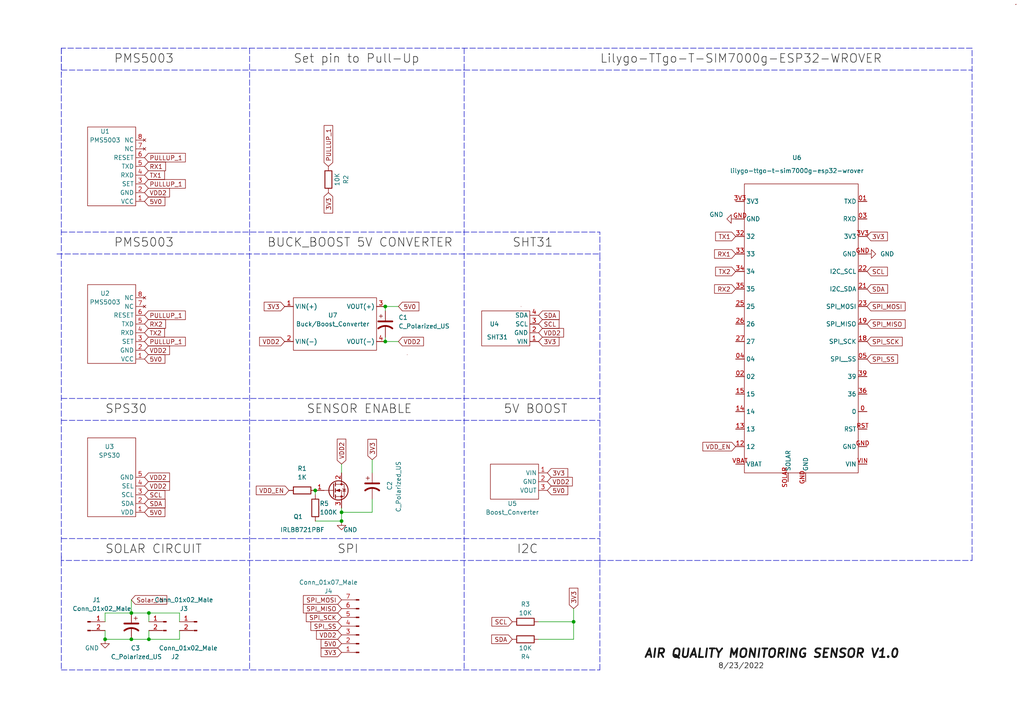
<source format=kicad_sch>
(kicad_sch (version 20211123) (generator eeschema)
  (paper "A4")
  (lib_symbols
    (symbol "Connector:Conn_01x02_Male" (pin_names (offset 1.016) hide)
      (property "Reference" "J" (at 0 2.54 0))
      (property "Value" "Conn_01x02_Male" (at 0 -5.08 0))
      (symbol "Conn_01x02_Male_1_1"
        (polyline (pts (xy 1.27 -2.54) (xy 0.8636 -2.54)) (stroke (width 0.1524)))
        (polyline (pts (xy 1.27 0) (xy 0.8636 0)) (stroke (width 0.1524)))
        (rectangle (start 0.8636 -2.413) (end 0 -2.667) (stroke (width 0.1524)) (fill (type outline)))
        (rectangle (start 0.8636 0.127) (end 0 -0.127) (stroke (width 0.1524)) (fill (type outline)))
        (pin passive line (at 5.08 0 180) (length 3.81) (name "Pin_1") (number "1"))
        (pin passive line (at 5.08 -2.54 180) (length 3.81) (name "Pin_2") (number "2"))
      )
    )
    (symbol "Connector:Conn_01x07_Male" (pin_names (offset 1.016) hide)
      (property "Reference" "J" (at 0 10.16 0))
      (property "Value" "Conn_01x07_Male" (at 0 -10.16 0))
      (symbol "Conn_01x07_Male_1_1"
        (polyline (pts (xy 1.27 -7.62) (xy 0.8636 -7.62)) (stroke (width 0.1524)))
        (polyline (pts (xy 1.27 -5.08) (xy 0.8636 -5.08)) (stroke (width 0.1524)))
        (polyline (pts (xy 1.27 -2.54) (xy 0.8636 -2.54)) (stroke (width 0.1524)))
        (polyline (pts (xy 1.27 0) (xy 0.8636 0)) (stroke (width 0.1524)))
        (polyline (pts (xy 1.27 2.54) (xy 0.8636 2.54)) (stroke (width 0.1524)))
        (polyline (pts (xy 1.27 5.08) (xy 0.8636 5.08)) (stroke (width 0.1524)))
        (polyline (pts (xy 1.27 7.62) (xy 0.8636 7.62)) (stroke (width 0.1524)))
        (rectangle (start 0.8636 -7.493) (end 0 -7.747) (stroke (width 0.1524)) (fill (type outline)))
        (rectangle (start 0.8636 -4.953) (end 0 -5.207) (stroke (width 0.1524)) (fill (type outline)))
        (rectangle (start 0.8636 -2.413) (end 0 -2.667) (stroke (width 0.1524)) (fill (type outline)))
        (rectangle (start 0.8636 0.127) (end 0 -0.127) (stroke (width 0.1524)) (fill (type outline)))
        (rectangle (start 0.8636 2.667) (end 0 2.413) (stroke (width 0.1524)) (fill (type outline)))
        (rectangle (start 0.8636 5.207) (end 0 4.953) (stroke (width 0.1524)) (fill (type outline)))
        (rectangle (start 0.8636 7.747) (end 0 7.493) (stroke (width 0.1524)) (fill (type outline)))
        (pin passive line (at 5.08 7.62 180) (length 3.81) (name "Pin_1") (number "1"))
        (pin passive line (at 5.08 5.08 180) (length 3.81) (name "Pin_2") (number "2"))
        (pin passive line (at 5.08 2.54 180) (length 3.81) (name "Pin_3") (number "3"))
        (pin passive line (at 5.08 0 180) (length 3.81) (name "Pin_4") (number "4"))
        (pin passive line (at 5.08 -2.54 180) (length 3.81) (name "Pin_5") (number "5"))
        (pin passive line (at 5.08 -5.08 180) (length 3.81) (name "Pin_6") (number "6"))
        (pin passive line (at 5.08 -7.62 180) (length 3.81) (name "Pin_7") (number "7"))
      )
    )
    (symbol "Device:C_Polarized_US" (pin_numbers hide) (pin_names (offset 0.254) hide)
      (property "Reference" "C" (at 0.635 2.54 0))
      (property "Value" "C_Polarized_US" (at 0.635 -2.54 0))
      (symbol "C_Polarized_US_0_1"
        (polyline (pts (xy -2.032 0.762) (xy 2.032 0.762)) (stroke (width 0.508)))
        (polyline (pts (xy -1.778 2.286) (xy -0.762 2.286)))
        (polyline (pts (xy -1.27 1.778) (xy -1.27 2.794)))
        (arc (start 2.032 -1.27) (mid 0 -0.5572) (end -2.032 -1.27) (stroke (width 0.508)))
      )
      (symbol "C_Polarized_US_1_1"
        (pin passive line (at 0 3.81 270) (length 2.794) (name "~") (number "1"))
        (pin passive line (at 0 -3.81 90) (length 3.302) (name "~") (number "2"))
      )
    )
    (symbol "Device:R" (pin_numbers hide) (pin_names (offset 0))
      (property "Reference" "R" (at 2.032 0 90))
      (property "Value" "R" (at 0 0 90))
      (symbol "R_0_1"
        (rectangle (start -1.016 -2.54) (end 1.016 2.54) (stroke (width 0.254)))
      )
      (symbol "R_1_1"
        (pin passive line (at 0 3.81 270) (length 1.27) (name "~") (number "1"))
        (pin passive line (at 0 -3.81 90) (length 1.27) (name "~") (number "2"))
      )
    )
    (symbol "Surfside Science:Boost_Converter"
      (property "Reference" "U" (at 0 2.54 0))
      (property "Value" "Boost_Converter" (at 0 0 0))
      (symbol "Boost_Converter_0_1"
        (rectangle (start -6.35 -2.54) (end 7.62 -12.7))
      )
      (symbol "Boost_Converter_1_1"
        (pin power_in line (at 10.16 -5.08 180) (length 2.54) (name "VIN") (number "1"))
        (pin output line (at 10.16 -7.62 180) (length 2.54) (name "GND") (number "2"))
        (pin power_out line (at 10.16 -10.16 180) (length 2.54) (name "VOUT") (number "3"))
      )
    )
    (symbol "Surfside Science:Buck{slash}Boost_Converter"
      (property "Reference" "U" (at 0 -1.27 0))
      (property "Value" "Buck{slash}Boost_Converter" (at 0 -3.81 0))
      (symbol "Buck{slash}Boost_Converter_0_1"
        (rectangle (start -11.43 3.81) (end 12.7 -11.43))
        (rectangle (start 21.59 -12.7) (end 21.59 -12.7))
      )
      (symbol "Buck{slash}Boost_Converter_1_1"
        (pin power_in line (at -13.97 1.27 0) (length 2.54) (name "VIN(+)") (number "1"))
        (pin power_in line (at -13.97 -8.89 0) (length 2.54) (name "VIN(-)") (number "2"))
        (pin power_out line (at 15.24 1.27 180) (length 2.54) (name "VOUT(+)") (number "3"))
        (pin power_out line (at 15.24 -8.89 180) (length 2.54) (name "VOUT(-)") (number "4"))
      )
    )
    (symbol "Surfside Science:PMS5003"
      (property "Reference" "U" (at 0 -2.54 0))
      (property "Value" "PMS5003" (at 0 0 0))
      (symbol "PMS5003_0_1"
        (rectangle (start -11.43 2.54) (end 11.43 -11.43))
      )
      (symbol "PMS5003_1_1"
        (pin power_in line (at -10.16 -13.97 90) (length 2.54) (name "VCC") (number "1"))
        (pin output line (at -7.62 -13.97 90) (length 2.54) (name "GND") (number "2"))
        (pin input line (at -5.08 -13.97 90) (length 2.54) (name "SET") (number "3"))
        (pin input line (at -2.54 -13.97 90) (length 2.54) (name "RXD") (number "4"))
        (pin output line (at 0 -13.97 90) (length 2.54) (name "TXD") (number "5"))
        (pin input line (at 2.54 -13.97 90) (length 2.54) (name "RESET") (number "6"))
        (pin no_connect line (at 5.08 -13.97 90) (length 2.54) (name "NC") (number "7"))
        (pin no_connect line (at 7.62 -13.97 90) (length 2.54) (name "NC") (number "8"))
      )
    )
    (symbol "Surfside Science:SHT31"
      (property "Reference" "U" (at 12.7 -11.43 0))
      (property "Value" "SHT31" (at 12.7 -13.97 0))
      (symbol "SHT31_0_1"
        (rectangle (start 7.62 -10.16) (end 17.78 -24.13))
        (rectangle (start 19.05 -21.59) (end 19.05 -21.59))
      )
      (symbol "SHT31_1_1"
        (pin power_in line (at 8.89 -26.67 90) (length 2.54) (name "VIN") (number "1"))
        (pin input line (at 11.43 -26.67 90) (length 2.54) (name "GND") (number "2"))
        (pin input line (at 13.97 -26.67 90) (length 2.54) (name "SCL") (number "3"))
        (pin output line (at 16.51 -26.67 90) (length 2.54) (name "SDA") (number "4"))
      )
    )
    (symbol "Surfside Science:SPS30"
      (property "Reference" "U" (at 6.35 -2.54 0))
      (property "Value" "SPS30" (at 6.35 -5.08 0))
      (symbol "SPS30_0_1"
        (rectangle (start -5.08 1.27) (end 17.78 -12.7))
      )
      (symbol "SPS30_1_1"
        (pin power_in line (at -3.81 -15.24 90) (length 2.54) (name "VDD") (number "1"))
        (pin output line (at -1.27 -15.24 90) (length 2.54) (name "SDA") (number "2"))
        (pin input line (at 1.27 -15.24 90) (length 2.54) (name "SCL") (number "3"))
        (pin input line (at 3.81 -15.24 90) (length 2.54) (name "SEL") (number "4"))
        (pin output line (at 6.35 -15.24 90) (length 2.54) (name "GND") (number "5"))
      )
    )
    (symbol "Surfside Science:lilygo-ttgo-t-sim7000g-esp32-wrover"
      (property "Reference" "U" (at 2.54 -10.16 0))
      (property "Value" "lilygo-ttgo-t-sim7000g-esp32-wrover" (at 2.54 15.24 90))
      (symbol "lilygo-ttgo-t-sim7000g-esp32-wrover_0_1"
        (rectangle (start -15.24 45.72) (end 17.78 -38.1))
        (rectangle (start 63.5 97.79) (end 63.5 97.79))
        (rectangle (start 63.5 97.79) (end 63.5 97.79))
        (rectangle (start 63.5 97.79) (end 63.5 97.79))
        (rectangle (start 63.5 97.79) (end 63.5 97.79))
        (rectangle (start 63.5 97.79) (end 63.5 97.79))
        (rectangle (start 63.5 97.79) (end 63.5 97.79))
        (rectangle (start 63.5 97.79) (end 63.5 97.79))
        (rectangle (start 63.5 97.79) (end 63.5 97.79))
        (rectangle (start 63.5 97.79) (end 63.5 97.79))
        (rectangle (start 63.5 97.79) (end 63.5 97.79))
      )
      (symbol "lilygo-ttgo-t-sim7000g-esp32-wrover_1_1"
        (pin input line (at 20.32 -20.32 180) (length 2.54) (name "0") (number "0"))
        (pin input line (at 20.32 40.64 180) (length 2.54) (name "TXD") (number "01"))
        (pin input line (at -17.78 -10.16 0) (length 2.54) (name "02") (number "02"))
        (pin input line (at 20.32 35.56 180) (length 2.54) (name "RXD") (number "03"))
        (pin input line (at -17.78 -5.08 0) (length 2.54) (name "04") (number "04"))
        (pin input line (at 20.32 -5.08 180) (length 2.54) (name "SPI__SS") (number "05"))
        (pin input line (at -17.78 -30.48 0) (length 2.54) (name "12") (number "12"))
        (pin input line (at -17.78 -25.4 0) (length 2.54) (name "13") (number "13"))
        (pin input line (at -17.78 -20.32 0) (length 2.54) (name "14") (number "14"))
        (pin input line (at -17.78 -15.24 0) (length 2.54) (name "15") (number "15"))
        (pin input line (at 20.32 0 180) (length 2.54) (name "SPI_SCK") (number "18"))
        (pin input line (at 20.32 5.08 180) (length 2.54) (name "SPI_MISO") (number "19"))
        (pin input line (at 20.32 15.24 180) (length 2.54) (name "I2C_SDA") (number "21"))
        (pin input line (at 20.32 20.32 180) (length 2.54) (name "I2C_SCL") (number "22"))
        (pin input line (at 20.32 10.16 180) (length 2.54) (name "SPI_MOSI") (number "23"))
        (pin input line (at -17.78 10.16 0) (length 2.54) (name "25") (number "25"))
        (pin input line (at -17.78 5.08 0) (length 2.54) (name "26") (number "26"))
        (pin input line (at -17.78 0 0) (length 2.54) (name "27") (number "27"))
        (pin input line (at -17.78 30.48 0) (length 2.54) (name "32") (number "32"))
        (pin input line (at -17.78 25.4 0) (length 2.54) (name "33") (number "33"))
        (pin input line (at -17.78 20.32 0) (length 2.54) (name "34") (number "34"))
        (pin input line (at -17.78 15.24 0) (length 2.54) (name "35") (number "35"))
        (pin input line (at 20.32 -15.24 180) (length 2.54) (name "36") (number "36"))
        (pin input line (at 20.32 -10.16 180) (length 2.54) (name "39") (number "39"))
        (pin input line (at -17.78 40.64 0) (length 2.54) (name "3V3") (number "3V3"))
        (pin input line (at 20.32 30.48 180) (length 2.54) (name "3V3") (number "3V3"))
        (pin input line (at -17.78 35.56 0) (length 2.54) (name "GND") (number "GND"))
        (pin input line (at 2.54 -40.64 90) (length 2.54) (name "GND") (number "GND"))
        (pin input line (at 20.32 -30.48 180) (length 2.54) (name "GND") (number "GND"))
        (pin input line (at 20.32 25.4 180) (length 2.54) (name "GND") (number "GND"))
        (pin input line (at 20.32 -25.4 180) (length 2.54) (name "RST") (number "RST"))
        (pin input line (at -2.54 -40.64 90) (length 2.54) (name "SOLAR") (number "SOLAR"))
        (pin input line (at -17.78 -35.56 0) (length 2.54) (name "VBAT") (number "VBAT"))
        (pin input line (at 20.32 -35.56 180) (length 2.54) (name "VIN") (number "VIN"))
      )
    )
    (symbol "Transistor_FET:IRLB8721PBF" (pin_names hide)
      (property "Reference" "Q" (at 6.35 1.905 0))
      (property "Value" "IRLB8721PBF" (at 6.35 0 0))
      (symbol "IRLB8721PBF_0_1"
        (polyline (pts (xy 0.254 0) (xy -2.54 0)))
        (polyline (pts (xy 0.254 1.905) (xy 0.254 -1.905)) (stroke (width 0.254)))
        (polyline (pts (xy 0.762 -1.27) (xy 0.762 -2.286)) (stroke (width 0.254)))
        (polyline (pts (xy 0.762 0.508) (xy 0.762 -0.508)) (stroke (width 0.254)))
        (polyline (pts (xy 0.762 2.286) (xy 0.762 1.27)) (stroke (width 0.254)))
        (polyline (pts (xy 2.54 2.54) (xy 2.54 1.778)))
        (polyline (pts (xy 2.54 -2.54) (xy 2.54 0) (xy 0.762 0)))
        (polyline (pts (xy 0.762 -1.778) (xy 3.302 -1.778) (xy 3.302 1.778) (xy 0.762 1.778)))
        (polyline (pts (xy 1.016 0) (xy 2.032 0.381) (xy 2.032 -0.381) (xy 1.016 0)) (fill (type outline)))
        (polyline (pts (xy 2.794 0.508) (xy 2.921 0.381) (xy 3.683 0.381) (xy 3.81 0.254)))
        (polyline (pts (xy 3.302 0.381) (xy 2.921 -0.254) (xy 3.683 -0.254) (xy 3.302 0.381)))
        (circle (center 1.651 0) (radius 2.794) (stroke (width 0.254)))
        (circle (center 2.54 -1.778) (radius 0.254) (fill (type outline)))
        (circle (center 2.54 1.778) (radius 0.254) (fill (type outline)))
      )
      (symbol "IRLB8721PBF_1_1"
        (pin input line (at -5.08 0 0) (length 2.54) (name "G") (number "1"))
        (pin passive line (at 2.54 5.08 270) (length 2.54) (name "D") (number "2"))
        (pin passive line (at 2.54 -5.08 90) (length 2.54) (name "S") (number "3"))
      )
    )
    (symbol "power:GND" (power) (pin_names (offset 0))
      (property "Value" "GND" (at 0 -3.81 0))
      (symbol "GND_0_1"
        (polyline (pts (xy 0 0) (xy 0 -1.27) (xy 1.27 -1.27) (xy 0 -2.54) (xy -1.27 -1.27) (xy 0 -1.27)))
      )
      (symbol "GND_1_1"
        (pin power_in line (at 0 0 270) (length 0) hide (name "GND") (number "1"))
      )
    )
  )
  (junction (at 38.1 185.42))
  (junction (at 99.06 151.13))
  (junction (at 38.1 177.8))
  (junction (at 99.06 148.59))
  (junction (at 111.76 88.9))
  (junction (at 166.37 180.34))
  (junction (at 91.44 142.24))
  (junction (at 43.18 185.42))
  (junction (at 111.76 99.06))
  (junction (at 30.48 185.42))
  (junction (at 43.18 177.8))
  (polyline (pts (xy 281.94 13.97) (xy 17.78 13.97)))
  (polyline (pts (xy 16.51 73.66) (xy 173.99 73.66)))
  (polyline (pts (xy 173.99 162.56) (xy 17.78 162.56)))
  (wire (pts (xy 111.76 99.06) (xy 115.57 99.06)))
  (polyline (pts (xy 17.78 13.97) (xy 17.78 194.31)))
  (wire (pts (xy 111.76 88.9) (xy 111.76 90.17)))
  (wire (pts (xy 30.48 185.42) (xy 38.1 185.42)))
  (polyline (pts (xy 17.78 67.31) (xy 173.99 67.31)))
  (polyline (pts (xy 17.78 162.56) (xy 17.78 161.29)))
  (wire (pts (xy 43.18 185.42) (xy 52.07 185.42)))
  (polyline (pts (xy 17.78 194.31) (xy 173.99 194.31)))
  (wire (pts (xy 115.57 88.9) (xy 111.76 88.9)))
  (polyline (pts (xy 173.99 162.56) (xy 173.99 74.93)))
  (wire (pts (xy 38.1 173.99) (xy 38.1 177.8)))
  (wire (pts (xy 38.1 177.8) (xy 43.18 177.8)))
  (wire (pts (xy 91.44 151.13) (xy 99.06 151.13)))
  (polyline (pts (xy 72.39 13.97) (xy 72.39 194.31)))
  (wire (pts (xy 52.07 185.42) (xy 52.07 182.88)))
  (polyline (pts (xy 281.94 162.56) (xy 281.94 13.97)))
  (wire (pts (xy 111.76 97.79) (xy 111.76 99.06)))
  (polyline (pts (xy 173.99 194.31) (xy 173.99 162.56)))
  (wire (pts (xy 99.06 134.62) (xy 99.06 137.16)))
  (wire (pts (xy 156.21 180.34) (xy 166.37 180.34)))
  (wire (pts (xy 107.95 148.59) (xy 99.06 148.59)))
  (wire (pts (xy 38.1 185.42) (xy 43.18 185.42)))
  (wire (pts (xy 30.48 182.88) (xy 30.48 185.42)))
  (polyline (pts (xy 173.99 74.93) (xy 173.99 67.31)))
  (wire (pts (xy 43.18 177.8) (xy 43.18 180.34)))
  (wire (pts (xy 91.44 143.51) (xy 91.44 142.24)))
  (polyline (pts (xy 17.78 115.57) (xy 173.99 115.57)))
  (wire (pts (xy 52.07 180.34) (xy 52.07 177.8)))
  (polyline (pts (xy 17.78 156.21) (xy 173.99 156.21)))
  (polyline (pts (xy 17.78 13.97) (xy 17.78 21.59)))
  (wire (pts (xy 43.18 177.8) (xy 52.07 177.8)))
  (polyline (pts (xy 134.62 13.97) (xy 134.62 194.31)))
  (polyline (pts (xy 17.78 121.92) (xy 173.99 121.92)))
  (wire (pts (xy 107.95 133.35) (xy 107.95 137.16)))
  (wire (pts (xy 166.37 185.42) (xy 156.21 185.42)))
  (wire (pts (xy 166.37 180.34) (xy 166.37 185.42)))
  (polyline (pts (xy 134.62 20.32) (xy 281.94 20.32)))
  (wire (pts (xy 30.48 177.8) (xy 38.1 177.8)))
  (wire (pts (xy 166.37 176.53) (xy 166.37 180.34)))
  (polyline (pts (xy 17.78 20.32) (xy 134.62 20.32)))
  (wire (pts (xy 107.95 144.78) (xy 107.95 148.59)))
  (wire (pts (xy 99.06 148.59) (xy 99.06 151.13)))
  (polyline (pts (xy 173.99 162.56) (xy 281.94 162.56)))
  (wire (pts (xy 99.06 147.32) (xy 99.06 148.59)))
  (wire (pts (xy 43.18 182.88) (xy 43.18 185.42)))
  (wire (pts (xy 30.48 180.34) (xy 30.48 177.8)))
  (label "SOLAR CIRCUIT" (at 30.48 161.29 0) (effects (font (size 2.5 2.5))))
  (label "BUCK_BOOST 5V CONVERTER" (at 77.47 72.39 0) (effects (font (size 2.5 2.5))))
  (label "PMS5003" (at 33.02 72.39 0) (effects (font (size 2.5 2.5))))
  (label "I2C" (at 149.86 161.29 0) (effects (font (size 2.5 2.5))))
  (label "Lilygo-TTgo-T-SIM7000g-ESP32-WROVER" (at 173.99 19.05 0) (effects (font (size 2.5 2.5))))
  (label "SPI" (at 97.79 161.29 0) (effects (font (size 2.5 2.5))))
  (label "SPS30" (at 30.48 120.65 0) (effects (font (size 2.5 2.5))))
  (label "5V BOOST" (at 146.05 120.65 0) (effects (font (size 2.5 2.5))))
  (label "AIR QUALITY MONITORING SENSOR V1.0" (at 186.69 191.77 0) (effects (font (size 2.5 2.5) (thickness 0.5) bold italic)))
  (label "8{slash}23{slash}2022" (at 208.28 194.31 0) (effects (font (size 1.5 1.5))))
  (label "PMS5003" (at 33.02 19.05 0) (effects (font (size 2.5 2.5))))
  (label "Set pin to Pull-Up " (at 85.09 19.05 0) (effects (font (size 2.5 2.5))))
  (label "SHT31" (at 148.59 72.39 0) (effects (font (size 2.5 2.5))))
  (label "SENSOR ENABLE" (at 88.9 120.65 0) (effects (font (size 2.5 2.5))))
  (global_label "SPI_SS" (shape input) (at 251.46 104.14 0) (property "Intersheet References" "${INTERSHEET_REFS}" (effects hide)))
  (global_label "RX2" (shape input) (at 41.91 93.98 0) (property "Intersheet References" "${INTERSHEET_REFS}" (effects hide)))
  (global_label "VDD2" (shape input) (at 41.91 101.6 0) (property "Intersheet References" "${INTERSHEET_REFS}" (effects hide)))
  (global_label "TX2" (shape input) (at 213.36 78.74 180) (property "Intersheet References" "${INTERSHEET_REFS}" (effects hide)))
  (global_label "VDD2" (shape input) (at 158.75 139.7 0) (property "Intersheet References" "${INTERSHEET_REFS}" (effects hide)))
  (global_label "SPI_MOSI" (shape input) (at 99.06 173.99 180) (property "Intersheet References" "${INTERSHEET_REFS}" (effects hide)))
  (global_label "SCL" (shape input) (at 148.59 180.34 180) (property "Intersheet References" "${INTERSHEET_REFS}" (effects hide)))
  (global_label "RX1" (shape input) (at 213.36 73.66 180) (property "Intersheet References" "${INTERSHEET_REFS}" (effects hide)))
  (global_label "SDA" (shape input) (at 251.46 83.82 0) (property "Intersheet References" "${INTERSHEET_REFS}" (effects hide)))
  (global_label "TX2" (shape input) (at 41.91 96.52 0) (property "Intersheet References" "${INTERSHEET_REFS}" (effects hide)))
  (global_label "SPI_MOSI" (shape input) (at 251.46 88.9 0) (property "Intersheet References" "${INTERSHEET_REFS}" (effects hide)))
  (global_label "VDD_EN" (shape input) (at 83.82 142.24 180) (property "Intersheet References" "${INTERSHEET_REFS}" (effects hide)))
  (global_label "VDD2" (shape input) (at 115.57 99.06 0) (property "Intersheet References" "${INTERSHEET_REFS}" (effects hide)))
  (global_label "VDD2" (shape input) (at 82.55 99.06 180) (property "Intersheet References" "${INTERSHEET_REFS}" (effects hide)))
  (global_label "SDA" (shape input) (at 41.91 146.05 0) (property "Intersheet References" "${INTERSHEET_REFS}" (effects hide)))
  (global_label "VDD2" (shape input) (at 99.06 184.15 180) (property "Intersheet References" "${INTERSHEET_REFS}" (effects hide)))
  (global_label "RX2" (shape input) (at 213.36 83.82 180) (property "Intersheet References" "${INTERSHEET_REFS}" (effects hide)))
  (global_label "3V3" (shape input) (at 82.55 88.9 180) (property "Intersheet References" "${INTERSHEET_REFS}" (effects hide)))
  (global_label "SPI_MISO" (shape input) (at 99.06 176.53 180) (property "Intersheet References" "${INTERSHEET_REFS}" (effects hide)))
  (global_label "TX1" (shape input) (at 41.91 50.8 0) (property "Intersheet References" "${INTERSHEET_REFS}" (effects hide)))
  (global_label "PULLUP_1" (shape input) (at 95.25 48.26 90) (property "Intersheet References" "${INTERSHEET_REFS}" (effects hide)))
  (global_label "3V3" (shape input) (at 251.46 68.58 0) (property "Intersheet References" "${INTERSHEET_REFS}" (effects hide)))
  (global_label "SCL" (shape input) (at 156.21 93.98 0) (property "Intersheet References" "${INTERSHEET_REFS}" (effects hide)))
  (global_label "SPI_MISO" (shape input) (at 251.46 93.98 0) (property "Intersheet References" "${INTERSHEET_REFS}" (effects hide)))
  (global_label "3V3" (shape input) (at 99.06 189.23 180) (property "Intersheet References" "${INTERSHEET_REFS}" (effects hide)))
  (global_label "SCL" (shape input) (at 41.91 143.51 0) (property "Intersheet References" "${INTERSHEET_REFS}" (effects hide)))
  (global_label "SCL" (shape input) (at 251.46 78.74 0) (property "Intersheet References" "${INTERSHEET_REFS}" (effects hide)))
  (global_label "SDA" (shape input) (at 148.59 185.42 180) (property "Intersheet References" "${INTERSHEET_REFS}" (effects hide)))
  (global_label "SPI_SS" (shape input) (at 99.06 181.61 180) (property "Intersheet References" "${INTERSHEET_REFS}" (effects hide)))
  (global_label "3V3" (shape input) (at 156.21 99.06 0) (property "Intersheet References" "${INTERSHEET_REFS}" (effects hide)))
  (global_label "VDD2" (shape input) (at 41.91 55.88 0) (property "Intersheet References" "${INTERSHEET_REFS}" (effects hide)))
  (global_label "VDD_EN" (shape input) (at 213.36 129.54 180) (property "Intersheet References" "${INTERSHEET_REFS}" (effects hide)))
  (global_label "VDD2" (shape input) (at 41.91 138.43 0) (property "Intersheet References" "${INTERSHEET_REFS}" (effects hide)))
  (global_label "3V3" (shape input) (at 107.95 133.35 90) (property "Intersheet References" "${INTERSHEET_REFS}" (effects hide)))
  (global_label "Solar_IN" (shape input) (at 38.1 173.99 0) (property "Intersheet References" "${INTERSHEET_REFS}" (effects hide)))
  (global_label "PULLUP_1" (shape input) (at 41.91 45.72 0) (property "Intersheet References" "${INTERSHEET_REFS}" (effects hide)))
  (global_label "PULLUP_1" (shape input) (at 41.91 99.06 0) (property "Intersheet References" "${INTERSHEET_REFS}" (effects hide)))
  (global_label "5V0" (shape input) (at 41.91 148.59 0) (property "Intersheet References" "${INTERSHEET_REFS}" (effects hide)))
  (global_label "5V0" (shape input) (at 115.57 88.9 0) (property "Intersheet References" "${INTERSHEET_REFS}" (effects hide)))
  (global_label "TX1" (shape input) (at 213.36 68.58 180) (property "Intersheet References" "${INTERSHEET_REFS}" (effects hide)))
  (global_label "PULLUP_1" (shape input) (at 41.91 91.44 0) (property "Intersheet References" "${INTERSHEET_REFS}" (effects hide)))
  (global_label "5V0" (shape input) (at 41.91 104.14 0) (property "Intersheet References" "${INTERSHEET_REFS}" (effects hide)))
  (global_label "5V0" (shape input) (at 99.06 186.69 180) (property "Intersheet References" "${INTERSHEET_REFS}" (effects hide)))
  (global_label "3V3" (shape input) (at 158.75 137.16 0) (property "Intersheet References" "${INTERSHEET_REFS}" (effects hide)))
  (global_label "3V3" (shape input) (at 166.37 176.53 90) (property "Intersheet References" "${INTERSHEET_REFS}" (effects hide)))
  (global_label "SDA" (shape input) (at 156.21 91.44 0) (property "Intersheet References" "${INTERSHEET_REFS}" (effects hide)))
  (global_label "RX1" (shape input) (at 41.91 48.26 0) (property "Intersheet References" "${INTERSHEET_REFS}" (effects hide)))
  (global_label "VDD2" (shape input) (at 156.21 96.52 0) (property "Intersheet References" "${INTERSHEET_REFS}" (effects hide)))
  (global_label "PULLUP_1" (shape input) (at 41.91 53.34 0) (property "Intersheet References" "${INTERSHEET_REFS}" (effects hide)))
  (global_label "SPI_SCK" (shape input) (at 99.06 179.07 180) (property "Intersheet References" "${INTERSHEET_REFS}" (effects hide)))
  (global_label "5V0" (shape input) (at 158.75 142.24 0) (property "Intersheet References" "${INTERSHEET_REFS}" (effects hide)))
  (global_label "VDD2" (shape input) (at 99.06 134.62 90) (property "Intersheet References" "${INTERSHEET_REFS}" (effects hide)))
  (global_label "5V0" (shape input) (at 41.91 58.42 0) (property "Intersheet References" "${INTERSHEET_REFS}" (effects hide)))
  (global_label "VDD2" (shape input) (at 41.91 140.97 0) (property "Intersheet References" "${INTERSHEET_REFS}" (effects hide)))
  (global_label "3V3" (shape input) (at 95.25 55.88 270) (property "Intersheet References" "${INTERSHEET_REFS}" (effects hide)))
  (global_label "SPI_SCK" (shape input) (at 251.46 99.06 0) (property "Intersheet References" "${INTERSHEET_REFS}" (effects hide)))
  (symbol (lib_id "power:GND") (at 213.36 63.5 270) (unit 1)
    (property "Reference" "#PWR0103" (effects hide))
    (property "Value" "GND" (at 205.74 62.23 90) (effects (justify left)))
  )
  (symbol (lib_id "Surfside Science:SPS30") (at 26.67 144.78 90) (unit 1)
    (property "Reference" "U3" (at 31.75 129.54 90))
    (property "Value" "SPS30" (at 31.75 132.08 90))
    (property "Footprint" "Surfside Science:SPS30" (effects hide))
  )
  (symbol (lib_id "Connector:Conn_01x07_Male") (at 104.14 181.61 180) (unit 1)
    (property "Reference" "J4" (at 95.25 171.45 0))
    (property "Value" "Conn_01x07_Male" (at 95.25 168.91 0))
    (property "Footprint" "Connector_PinHeader_2.54mm:PinHeader_1x07_P2.54mm_Vertical" (effects hide))
  )
  (symbol (lib_id "Surfside Science:PMS5003") (at 27.94 48.26 90) (unit 1)
    (property "Reference" "U1" (at 30.48 38.1 90))
    (property "Value" "PMS5003" (at 30.48 40.64 90))
    (property "Footprint" "Surfside Science:PMS5003" (effects hide))
  )
  (symbol (lib_id "Surfside Science:PMS5003") (at 27.94 93.98 90) (unit 1)
    (property "Reference" "U2" (at 30.48 85.09 90))
    (property "Value" "PMS5003" (at 30.48 87.63 90))
    (property "Footprint" "Surfside Science:PMS5003" (effects hide))
  )
  (symbol (lib_id "Device:R") (at 152.4 180.34 90) (unit 1)
    (property "Reference" "R3" (at 152.4 175.26 90))
    (property "Value" "10K" (at 152.4 177.8 90))
    (property "Footprint" "Resistor_THT:R_Axial_DIN0204_L3.6mm_D1.6mm_P7.62mm_Horizontal" (effects hide))
  )
  (symbol (lib_id "Connector:Conn_01x02_Male") (at 25.4 180.34 0) (unit 1)
    (property "Reference" "J1" (at 29.21 173.99 0) (effects (justify right)))
    (property "Value" "Conn_01x02_Male" (at 38.1 176.53 0) (effects (justify right)))
    (property "Footprint" "Connector_JST:JST_XH_B2B-XH-AM_1x02_P2.50mm_Vertical" (effects hide))
  )
  (symbol (lib_id "power:GND") (at 99.06 151.13 0) (unit 1)
    (property "Reference" "#PWR0102" (effects hide))
    (property "Value" "GND" (at 101.6 153.67 0))
  )
  (symbol (lib_id "Surfside Science:Boost_Converter") (at 148.59 132.08 0) (unit 1)
    (property "Reference" "U5" (at 148.59 146.05 0))
    (property "Value" "Boost_Converter" (at 148.59 148.59 0))
    (property "Footprint" "Surfside Science:Boost_Converter" (effects hide))
  )
  (symbol (lib_id "Device:R") (at 87.63 142.24 90) (unit 1)
    (property "Reference" "R1" (at 87.63 135.89 90))
    (property "Value" "1K" (at 87.63 138.43 90))
    (property "Footprint" "Resistor_THT:R_Axial_DIN0204_L3.6mm_D1.6mm_P7.62mm_Horizontal" (effects hide))
  )
  (symbol (lib_id "Device:C_Polarized_US") (at 111.76 93.98 0) (unit 1)
    (property "Reference" "C1" (at 115.57 92.0749 0) (effects (justify left)))
    (property "Value" "C_Polarized_US" (at 115.57 94.6149 0) (effects (justify left)))
    (property "Footprint" "Capacitor_THT:CP_Radial_D6.3mm_P2.50mm" (effects hide))
  )
  (symbol (lib_id "Surfside Science:Buck{slash}Boost_Converter") (at 96.52 90.17 0) (unit 1)
    (property "Reference" "U7" (at 96.52 91.44 0))
    (property "Value" "Buck/Boost_Converter" (at 96.52 93.98 0))
    (property "Footprint" "Surfside Science:Buck_Boost_Converter" (effects hide))
  )
  (symbol (lib_id "Device:R") (at 95.25 52.07 0) (unit 1)
    (property "Reference" "R2" (at 100.33 52.07 90))
    (property "Value" "10K" (at 97.79 52.07 90))
    (property "Footprint" "Resistor_THT:R_Axial_DIN0204_L3.6mm_D1.6mm_P7.62mm_Horizontal" (effects hide))
  )
  (symbol (lib_id "power:GND") (at 30.48 185.42 0) (unit 1)
    (property "Reference" "#PWR0101" (effects hide))
    (property "Value" "GND" (at 26.67 187.96 0))
  )
  (symbol (lib_id "Surfside Science:SHT31") (at 129.54 107.95 90) (unit 1)
    (property "Reference" "U4" (at 144.78 93.98 90) (effects (justify left)))
    (property "Value" "SHT31" (at 147.32 97.79 90) (effects (justify left)))
    (property "Footprint" "Surfside Science:SHT31" (effects hide))
  )
  (symbol (lib_id "Device:R") (at 91.44 147.32 180) (unit 1)
    (property "Reference" "R5" (at 92.71 146.05 0) (effects (justify right)))
    (property "Value" "100K" (at 92.71 148.59 0) (effects (justify right)))
    (property "Footprint" "Resistor_THT:R_Axial_DIN0204_L3.6mm_D1.6mm_P7.62mm_Horizontal" (effects hide))
  )
  (symbol (lib_id "Transistor_FET:IRLB8721PBF") (at 96.52 142.24 0) (unit 1)
    (property "Reference" "Q1" (at 85.09 149.86 0) (effects (justify left)))
    (property "Value" "IRLB8721PBF" (at 81.28 153.67 0) (effects (justify left)))
    (property "Footprint" "Package_TO_SOT_THT:TO-220-3_Vertical" (effects hide))
    (property "Datasheet" "http://www.infineon.com/dgdl/irlb8721pbf.pdf?fileId=5546d462533600a40153566056732591" (effects hide))
  )
  (symbol (lib_id "Connector:Conn_01x02_Male") (at 57.15 180.34 0) (mirror y) (unit 1)
    (property "Reference" "J3" (at 53.34 176.53 0))
    (property "Value" "Conn_01x02_Male" (at 53.34 173.99 0))
    (property "Footprint" "Connector_JST:JST_XH_B2B-XH-AM_1x02_P2.50mm_Vertical" (effects hide))
  )
  (symbol (lib_id "Device:C_Polarized_US") (at 38.1 181.61 0) (mirror y) (unit 1)
    (property "Reference" "C3" (at 40.64 187.96 0) (effects (justify left)))
    (property "Value" "C_Polarized_US" (at 46.99 190.5 0) (effects (justify left)))
    (property "Footprint" "Capacitor_THT:CP_Radial_D6.3mm_P2.50mm" (effects hide))
  )
  (symbol (lib_id "Device:R") (at 152.4 185.42 270) (unit 1)
    (property "Reference" "R4" (at 152.4 190.5 90))
    (property "Value" "10K" (at 152.4 187.96 90))
    (property "Footprint" "Resistor_THT:R_Axial_DIN0204_L3.6mm_D1.6mm_P7.62mm_Horizontal" (effects hide))
  )
  (symbol (lib_id "power:GND") (at 251.46 73.66 90) (unit 1)
    (property "Reference" "#PWR0104" (effects hide))
    (property "Value" "GND" (at 255.27 73.6599 90) (effects (justify right)))
  )
  (symbol (lib_id "Device:C_Polarized_US") (at 107.95 140.97 0) (unit 1)
    (property "Reference" "C2" (at 113.03 142.24 90) (effects (justify left)))
    (property "Value" "C_Polarized_US" (at 115.57 148.59 90) (effects (justify left)))
    (property "Footprint" "Capacitor_THT:CP_Radial_D6.3mm_P2.50mm" (effects hide))
  )
  (symbol (lib_id "Connector:Conn_01x02_Male") (at 48.26 180.34 0) (mirror y) (unit 1)
    (property "Reference" "J2" (at 50.8 190.5 0))
    (property "Value" "Conn_01x02_Male" (at 54.61 187.96 0))
    (property "Footprint" "Connector_JST:JST_XH_B2B-XH-AM_1x02_P2.50mm_Vertical" (effects hide))
  )
  (symbol (lib_id "Surfside Science:lilygo-ttgo-t-sim7000g-esp32-wrover") (at 231.14 99.06 0) (unit 1)
    (property "Reference" "U6" (at 231.14 45.72 0))
    (property "Value" "lilygo-ttgo-t-sim7000g-esp32-wrover" (at 231.14 49.53 0))
    (property "Footprint" "Surfside Science:ilygo-ttgo-t-sim7000g-esp32-wrover" (effects hide))
  )
)
</source>
